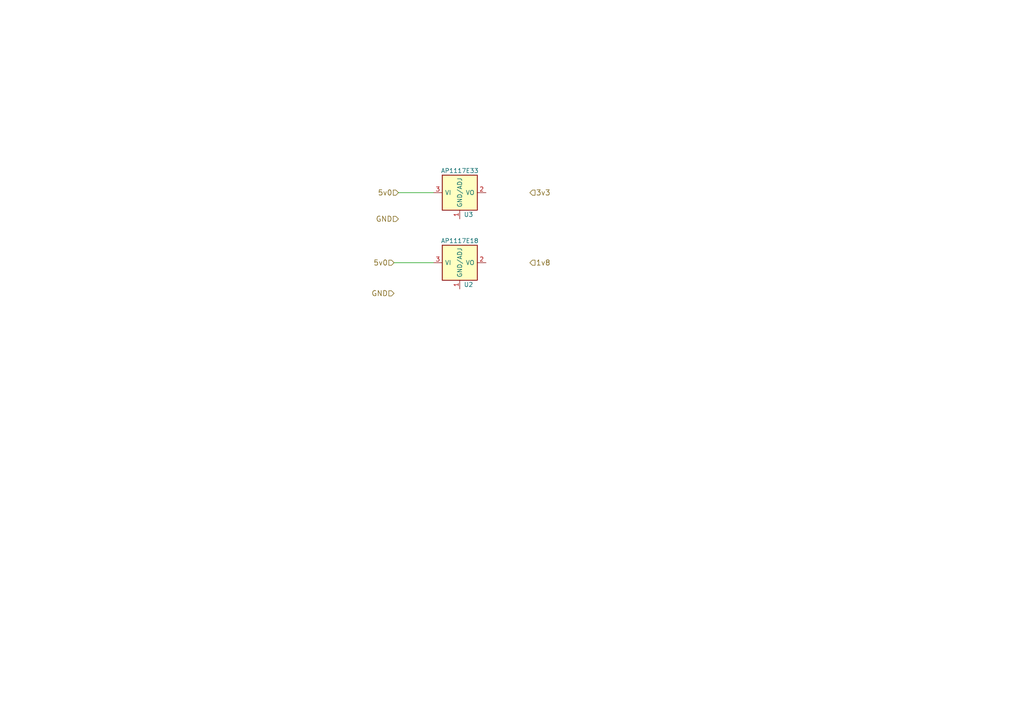
<source format=kicad_sch>
(kicad_sch (version 20230121) (generator eeschema)
  (paper "A4")
  (lib_symbols
    (symbol "PiMainboard-rescue:AP1117E18" (pin_names (offset 0.762))
      (property "Reference" "U" (at 2.54 -6.35 0))
      (property "Value" "AP1117E18" (at 0 6.35 0))
      (symbol "AP1117E18_0_1"
        (rectangle (start -5.08 -5.08) (end 5.08 5.08) (stroke (width 0.254)) (fill (type background)))
      )
      (symbol "AP1117E18_1_1"
        (pin power_in line (at 0 -7.62 90) (length 2.54) (name "GND/ADJ") (number "1"))
        (pin power_out line (at 7.62 0 180) (length 2.54) (name "VO") (number "2"))
        (pin power_in line (at -7.62 0 0) (length 2.54) (name "VI") (number "3"))
      )
    )
    (symbol "PiMainboard-rescue:AP1117E33" (pin_names (offset 0.762))
      (property "Reference" "U" (at 2.54 -6.35 0))
      (property "Value" "AP1117E33" (at 0 6.35 0))
      (symbol "AP1117E33_0_1"
        (rectangle (start -5.08 -5.08) (end 5.08 5.08) (stroke (width 0.254)) (fill (type background)))
      )
      (symbol "AP1117E33_1_1"
        (pin power_in line (at 0 -7.62 90) (length 2.54) (name "GND/ADJ") (number "1"))
        (pin power_out line (at 7.62 0 180) (length 2.54) (name "VO") (number "2"))
        (pin power_in line (at -7.62 0 0) (length 2.54) (name "VI") (number "3"))
      )
    )
  )
  (wire (pts (xy 114.3 76.2) (xy 125.73 76.2)))
  (wire (pts (xy 125.73 55.88) (xy 115.57 55.88)))
  (hierarchical_label "3v3" (shape input) (at 153.67 55.88 0) (effects (font (size 1.524 1.524))))
  (hierarchical_label "GND" (shape input) (at 114.3 85.09 180) (effects (font (size 1.524 1.524))))
  (hierarchical_label "5v0" (shape input) (at 114.3 76.2 180) (effects (font (size 1.524 1.524))))
  (hierarchical_label "1v8" (shape input) (at 153.67 76.2 0) (effects (font (size 1.524 1.524))))
  (hierarchical_label "5v0" (shape input) (at 115.57 55.88 180) (effects (font (size 1.524 1.524))))
  (hierarchical_label "GND" (shape input) (at 115.57 63.5 180) (effects (font (size 1.524 1.524))))
  (symbol (lib_id "PiMainboard-rescue:AP1117E18") (at 133.35 76.2 0) (unit 1)
    (property "Reference" "U2" (at 135.89 82.55 0))
    (property "Value" "AP1117E18" (at 133.35 69.85 0))
  )
  (symbol (lib_id "PiMainboard-rescue:AP1117E33") (at 133.35 55.88 0) (unit 1)
    (property "Reference" "U3" (at 135.89 62.23 0))
    (property "Value" "AP1117E33" (at 133.35 49.53 0))
  )
)
</source>
